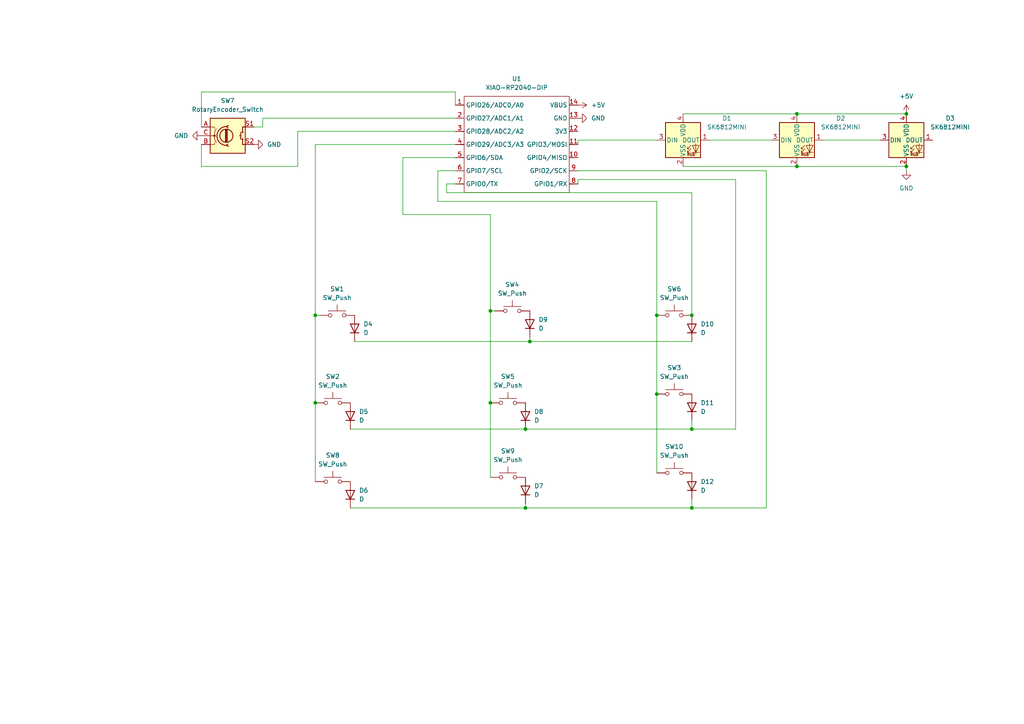
<source format=kicad_sch>
(kicad_sch
	(version 20231120)
	(generator "eeschema")
	(generator_version "8.0")
	(uuid "1f49f4f0-fd74-4234-bf4d-58f3ef09137c")
	(paper "A4")
	(lib_symbols
		(symbol "Device:D"
			(pin_numbers hide)
			(pin_names
				(offset 1.016) hide)
			(exclude_from_sim no)
			(in_bom yes)
			(on_board yes)
			(property "Reference" "D"
				(at 0 2.54 0)
				(effects
					(font
						(size 1.27 1.27)
					)
				)
			)
			(property "Value" "D"
				(at 0 -2.54 0)
				(effects
					(font
						(size 1.27 1.27)
					)
				)
			)
			(property "Footprint" ""
				(at 0 0 0)
				(effects
					(font
						(size 1.27 1.27)
					)
					(hide yes)
				)
			)
			(property "Datasheet" "~"
				(at 0 0 0)
				(effects
					(font
						(size 1.27 1.27)
					)
					(hide yes)
				)
			)
			(property "Description" "Diode"
				(at 0 0 0)
				(effects
					(font
						(size 1.27 1.27)
					)
					(hide yes)
				)
			)
			(property "Sim.Device" "D"
				(at 0 0 0)
				(effects
					(font
						(size 1.27 1.27)
					)
					(hide yes)
				)
			)
			(property "Sim.Pins" "1=K 2=A"
				(at 0 0 0)
				(effects
					(font
						(size 1.27 1.27)
					)
					(hide yes)
				)
			)
			(property "ki_keywords" "diode"
				(at 0 0 0)
				(effects
					(font
						(size 1.27 1.27)
					)
					(hide yes)
				)
			)
			(property "ki_fp_filters" "TO-???* *_Diode_* *SingleDiode* D_*"
				(at 0 0 0)
				(effects
					(font
						(size 1.27 1.27)
					)
					(hide yes)
				)
			)
			(symbol "D_0_1"
				(polyline
					(pts
						(xy -1.27 1.27) (xy -1.27 -1.27)
					)
					(stroke
						(width 0.254)
						(type default)
					)
					(fill
						(type none)
					)
				)
				(polyline
					(pts
						(xy 1.27 0) (xy -1.27 0)
					)
					(stroke
						(width 0)
						(type default)
					)
					(fill
						(type none)
					)
				)
				(polyline
					(pts
						(xy 1.27 1.27) (xy 1.27 -1.27) (xy -1.27 0) (xy 1.27 1.27)
					)
					(stroke
						(width 0.254)
						(type default)
					)
					(fill
						(type none)
					)
				)
			)
			(symbol "D_1_1"
				(pin passive line
					(at -3.81 0 0)
					(length 2.54)
					(name "K"
						(effects
							(font
								(size 1.27 1.27)
							)
						)
					)
					(number "1"
						(effects
							(font
								(size 1.27 1.27)
							)
						)
					)
				)
				(pin passive line
					(at 3.81 0 180)
					(length 2.54)
					(name "A"
						(effects
							(font
								(size 1.27 1.27)
							)
						)
					)
					(number "2"
						(effects
							(font
								(size 1.27 1.27)
							)
						)
					)
				)
			)
		)
		(symbol "Device:RotaryEncoder_Switch"
			(pin_names
				(offset 0.254) hide)
			(exclude_from_sim no)
			(in_bom yes)
			(on_board yes)
			(property "Reference" "SW"
				(at 0 6.604 0)
				(effects
					(font
						(size 1.27 1.27)
					)
				)
			)
			(property "Value" "RotaryEncoder_Switch"
				(at 0 -6.604 0)
				(effects
					(font
						(size 1.27 1.27)
					)
				)
			)
			(property "Footprint" ""
				(at -3.81 4.064 0)
				(effects
					(font
						(size 1.27 1.27)
					)
					(hide yes)
				)
			)
			(property "Datasheet" "~"
				(at 0 6.604 0)
				(effects
					(font
						(size 1.27 1.27)
					)
					(hide yes)
				)
			)
			(property "Description" "Rotary encoder, dual channel, incremental quadrate outputs, with switch"
				(at 0 0 0)
				(effects
					(font
						(size 1.27 1.27)
					)
					(hide yes)
				)
			)
			(property "ki_keywords" "rotary switch encoder switch push button"
				(at 0 0 0)
				(effects
					(font
						(size 1.27 1.27)
					)
					(hide yes)
				)
			)
			(property "ki_fp_filters" "RotaryEncoder*Switch*"
				(at 0 0 0)
				(effects
					(font
						(size 1.27 1.27)
					)
					(hide yes)
				)
			)
			(symbol "RotaryEncoder_Switch_0_1"
				(rectangle
					(start -5.08 5.08)
					(end 5.08 -5.08)
					(stroke
						(width 0.254)
						(type default)
					)
					(fill
						(type background)
					)
				)
				(circle
					(center -3.81 0)
					(radius 0.254)
					(stroke
						(width 0)
						(type default)
					)
					(fill
						(type outline)
					)
				)
				(circle
					(center -0.381 0)
					(radius 1.905)
					(stroke
						(width 0.254)
						(type default)
					)
					(fill
						(type none)
					)
				)
				(arc
					(start -0.381 2.667)
					(mid -3.0988 -0.0635)
					(end -0.381 -2.794)
					(stroke
						(width 0.254)
						(type default)
					)
					(fill
						(type none)
					)
				)
				(polyline
					(pts
						(xy -0.635 -1.778) (xy -0.635 1.778)
					)
					(stroke
						(width 0.254)
						(type default)
					)
					(fill
						(type none)
					)
				)
				(polyline
					(pts
						(xy -0.381 -1.778) (xy -0.381 1.778)
					)
					(stroke
						(width 0.254)
						(type default)
					)
					(fill
						(type none)
					)
				)
				(polyline
					(pts
						(xy -0.127 1.778) (xy -0.127 -1.778)
					)
					(stroke
						(width 0.254)
						(type default)
					)
					(fill
						(type none)
					)
				)
				(polyline
					(pts
						(xy 3.81 0) (xy 3.429 0)
					)
					(stroke
						(width 0.254)
						(type default)
					)
					(fill
						(type none)
					)
				)
				(polyline
					(pts
						(xy 3.81 1.016) (xy 3.81 -1.016)
					)
					(stroke
						(width 0.254)
						(type default)
					)
					(fill
						(type none)
					)
				)
				(polyline
					(pts
						(xy -5.08 -2.54) (xy -3.81 -2.54) (xy -3.81 -2.032)
					)
					(stroke
						(width 0)
						(type default)
					)
					(fill
						(type none)
					)
				)
				(polyline
					(pts
						(xy -5.08 2.54) (xy -3.81 2.54) (xy -3.81 2.032)
					)
					(stroke
						(width 0)
						(type default)
					)
					(fill
						(type none)
					)
				)
				(polyline
					(pts
						(xy 0.254 -3.048) (xy -0.508 -2.794) (xy 0.127 -2.413)
					)
					(stroke
						(width 0.254)
						(type default)
					)
					(fill
						(type none)
					)
				)
				(polyline
					(pts
						(xy 0.254 2.921) (xy -0.508 2.667) (xy 0.127 2.286)
					)
					(stroke
						(width 0.254)
						(type default)
					)
					(fill
						(type none)
					)
				)
				(polyline
					(pts
						(xy 5.08 -2.54) (xy 4.318 -2.54) (xy 4.318 -1.016)
					)
					(stroke
						(width 0.254)
						(type default)
					)
					(fill
						(type none)
					)
				)
				(polyline
					(pts
						(xy 5.08 2.54) (xy 4.318 2.54) (xy 4.318 1.016)
					)
					(stroke
						(width 0.254)
						(type default)
					)
					(fill
						(type none)
					)
				)
				(polyline
					(pts
						(xy -5.08 0) (xy -3.81 0) (xy -3.81 -1.016) (xy -3.302 -2.032)
					)
					(stroke
						(width 0)
						(type default)
					)
					(fill
						(type none)
					)
				)
				(polyline
					(pts
						(xy -4.318 0) (xy -3.81 0) (xy -3.81 1.016) (xy -3.302 2.032)
					)
					(stroke
						(width 0)
						(type default)
					)
					(fill
						(type none)
					)
				)
				(circle
					(center 4.318 -1.016)
					(radius 0.127)
					(stroke
						(width 0.254)
						(type default)
					)
					(fill
						(type none)
					)
				)
				(circle
					(center 4.318 1.016)
					(radius 0.127)
					(stroke
						(width 0.254)
						(type default)
					)
					(fill
						(type none)
					)
				)
			)
			(symbol "RotaryEncoder_Switch_1_1"
				(pin passive line
					(at -7.62 2.54 0)
					(length 2.54)
					(name "A"
						(effects
							(font
								(size 1.27 1.27)
							)
						)
					)
					(number "A"
						(effects
							(font
								(size 1.27 1.27)
							)
						)
					)
				)
				(pin passive line
					(at -7.62 -2.54 0)
					(length 2.54)
					(name "B"
						(effects
							(font
								(size 1.27 1.27)
							)
						)
					)
					(number "B"
						(effects
							(font
								(size 1.27 1.27)
							)
						)
					)
				)
				(pin passive line
					(at -7.62 0 0)
					(length 2.54)
					(name "C"
						(effects
							(font
								(size 1.27 1.27)
							)
						)
					)
					(number "C"
						(effects
							(font
								(size 1.27 1.27)
							)
						)
					)
				)
				(pin passive line
					(at 7.62 2.54 180)
					(length 2.54)
					(name "S1"
						(effects
							(font
								(size 1.27 1.27)
							)
						)
					)
					(number "S1"
						(effects
							(font
								(size 1.27 1.27)
							)
						)
					)
				)
				(pin passive line
					(at 7.62 -2.54 180)
					(length 2.54)
					(name "S2"
						(effects
							(font
								(size 1.27 1.27)
							)
						)
					)
					(number "S2"
						(effects
							(font
								(size 1.27 1.27)
							)
						)
					)
				)
			)
		)
		(symbol "LED:SK6812MINI"
			(pin_names
				(offset 0.254)
			)
			(exclude_from_sim no)
			(in_bom yes)
			(on_board yes)
			(property "Reference" "D"
				(at 5.08 5.715 0)
				(effects
					(font
						(size 1.27 1.27)
					)
					(justify right bottom)
				)
			)
			(property "Value" "SK6812MINI"
				(at 1.27 -5.715 0)
				(effects
					(font
						(size 1.27 1.27)
					)
					(justify left top)
				)
			)
			(property "Footprint" "LED_SMD:LED_SK6812MINI_PLCC4_3.5x3.5mm_P1.75mm"
				(at 1.27 -7.62 0)
				(effects
					(font
						(size 1.27 1.27)
					)
					(justify left top)
					(hide yes)
				)
			)
			(property "Datasheet" "https://cdn-shop.adafruit.com/product-files/2686/SK6812MINI_REV.01-1-2.pdf"
				(at 2.54 -9.525 0)
				(effects
					(font
						(size 1.27 1.27)
					)
					(justify left top)
					(hide yes)
				)
			)
			(property "Description" "RGB LED with integrated controller"
				(at 0 0 0)
				(effects
					(font
						(size 1.27 1.27)
					)
					(hide yes)
				)
			)
			(property "ki_keywords" "RGB LED NeoPixel Mini addressable"
				(at 0 0 0)
				(effects
					(font
						(size 1.27 1.27)
					)
					(hide yes)
				)
			)
			(property "ki_fp_filters" "LED*SK6812MINI*PLCC*3.5x3.5mm*P1.75mm*"
				(at 0 0 0)
				(effects
					(font
						(size 1.27 1.27)
					)
					(hide yes)
				)
			)
			(symbol "SK6812MINI_0_0"
				(text "RGB"
					(at 2.286 -4.191 0)
					(effects
						(font
							(size 0.762 0.762)
						)
					)
				)
			)
			(symbol "SK6812MINI_0_1"
				(polyline
					(pts
						(xy 1.27 -3.556) (xy 1.778 -3.556)
					)
					(stroke
						(width 0)
						(type default)
					)
					(fill
						(type none)
					)
				)
				(polyline
					(pts
						(xy 1.27 -2.54) (xy 1.778 -2.54)
					)
					(stroke
						(width 0)
						(type default)
					)
					(fill
						(type none)
					)
				)
				(polyline
					(pts
						(xy 4.699 -3.556) (xy 2.667 -3.556)
					)
					(stroke
						(width 0)
						(type default)
					)
					(fill
						(type none)
					)
				)
				(polyline
					(pts
						(xy 2.286 -2.54) (xy 1.27 -3.556) (xy 1.27 -3.048)
					)
					(stroke
						(width 0)
						(type default)
					)
					(fill
						(type none)
					)
				)
				(polyline
					(pts
						(xy 2.286 -1.524) (xy 1.27 -2.54) (xy 1.27 -2.032)
					)
					(stroke
						(width 0)
						(type default)
					)
					(fill
						(type none)
					)
				)
				(polyline
					(pts
						(xy 3.683 -1.016) (xy 3.683 -3.556) (xy 3.683 -4.064)
					)
					(stroke
						(width 0)
						(type default)
					)
					(fill
						(type none)
					)
				)
				(polyline
					(pts
						(xy 4.699 -1.524) (xy 2.667 -1.524) (xy 3.683 -3.556) (xy 4.699 -1.524)
					)
					(stroke
						(width 0)
						(type default)
					)
					(fill
						(type none)
					)
				)
				(rectangle
					(start 5.08 5.08)
					(end -5.08 -5.08)
					(stroke
						(width 0.254)
						(type default)
					)
					(fill
						(type background)
					)
				)
			)
			(symbol "SK6812MINI_1_1"
				(pin output line
					(at 7.62 0 180)
					(length 2.54)
					(name "DOUT"
						(effects
							(font
								(size 1.27 1.27)
							)
						)
					)
					(number "1"
						(effects
							(font
								(size 1.27 1.27)
							)
						)
					)
				)
				(pin power_in line
					(at 0 -7.62 90)
					(length 2.54)
					(name "VSS"
						(effects
							(font
								(size 1.27 1.27)
							)
						)
					)
					(number "2"
						(effects
							(font
								(size 1.27 1.27)
							)
						)
					)
				)
				(pin input line
					(at -7.62 0 0)
					(length 2.54)
					(name "DIN"
						(effects
							(font
								(size 1.27 1.27)
							)
						)
					)
					(number "3"
						(effects
							(font
								(size 1.27 1.27)
							)
						)
					)
				)
				(pin power_in line
					(at 0 7.62 270)
					(length 2.54)
					(name "VDD"
						(effects
							(font
								(size 1.27 1.27)
							)
						)
					)
					(number "4"
						(effects
							(font
								(size 1.27 1.27)
							)
						)
					)
				)
			)
		)
		(symbol "OPL:XIAO-RP2040-DIP"
			(exclude_from_sim no)
			(in_bom yes)
			(on_board yes)
			(property "Reference" "U"
				(at 0 0 0)
				(effects
					(font
						(size 1.27 1.27)
					)
				)
			)
			(property "Value" "XIAO-RP2040-DIP"
				(at 5.334 -1.778 0)
				(effects
					(font
						(size 1.27 1.27)
					)
				)
			)
			(property "Footprint" "Module:MOUDLE14P-XIAO-DIP-SMD"
				(at 14.478 -32.258 0)
				(effects
					(font
						(size 1.27 1.27)
					)
					(hide yes)
				)
			)
			(property "Datasheet" ""
				(at 0 0 0)
				(effects
					(font
						(size 1.27 1.27)
					)
					(hide yes)
				)
			)
			(property "Description" ""
				(at 0 0 0)
				(effects
					(font
						(size 1.27 1.27)
					)
					(hide yes)
				)
			)
			(symbol "XIAO-RP2040-DIP_1_0"
				(polyline
					(pts
						(xy -1.27 -30.48) (xy -1.27 -16.51)
					)
					(stroke
						(width 0.1524)
						(type solid)
					)
					(fill
						(type none)
					)
				)
				(polyline
					(pts
						(xy -1.27 -27.94) (xy -2.54 -27.94)
					)
					(stroke
						(width 0.1524)
						(type solid)
					)
					(fill
						(type none)
					)
				)
				(polyline
					(pts
						(xy -1.27 -24.13) (xy -2.54 -24.13)
					)
					(stroke
						(width 0.1524)
						(type solid)
					)
					(fill
						(type none)
					)
				)
				(polyline
					(pts
						(xy -1.27 -20.32) (xy -2.54 -20.32)
					)
					(stroke
						(width 0.1524)
						(type solid)
					)
					(fill
						(type none)
					)
				)
				(polyline
					(pts
						(xy -1.27 -16.51) (xy -2.54 -16.51)
					)
					(stroke
						(width 0.1524)
						(type solid)
					)
					(fill
						(type none)
					)
				)
				(polyline
					(pts
						(xy -1.27 -16.51) (xy -1.27 -12.7)
					)
					(stroke
						(width 0.1524)
						(type solid)
					)
					(fill
						(type none)
					)
				)
				(polyline
					(pts
						(xy -1.27 -12.7) (xy -2.54 -12.7)
					)
					(stroke
						(width 0.1524)
						(type solid)
					)
					(fill
						(type none)
					)
				)
				(polyline
					(pts
						(xy -1.27 -12.7) (xy -1.27 -8.89)
					)
					(stroke
						(width 0.1524)
						(type solid)
					)
					(fill
						(type none)
					)
				)
				(polyline
					(pts
						(xy -1.27 -8.89) (xy -2.54 -8.89)
					)
					(stroke
						(width 0.1524)
						(type solid)
					)
					(fill
						(type none)
					)
				)
				(polyline
					(pts
						(xy -1.27 -8.89) (xy -1.27 -5.08)
					)
					(stroke
						(width 0.1524)
						(type solid)
					)
					(fill
						(type none)
					)
				)
				(polyline
					(pts
						(xy -1.27 -5.08) (xy -2.54 -5.08)
					)
					(stroke
						(width 0.1524)
						(type solid)
					)
					(fill
						(type none)
					)
				)
				(polyline
					(pts
						(xy -1.27 -5.08) (xy -1.27 -2.54)
					)
					(stroke
						(width 0.1524)
						(type solid)
					)
					(fill
						(type none)
					)
				)
				(polyline
					(pts
						(xy -1.27 -2.54) (xy 29.21 -2.54)
					)
					(stroke
						(width 0.1524)
						(type solid)
					)
					(fill
						(type none)
					)
				)
				(polyline
					(pts
						(xy 29.21 -30.48) (xy -1.27 -30.48)
					)
					(stroke
						(width 0.1524)
						(type solid)
					)
					(fill
						(type none)
					)
				)
				(polyline
					(pts
						(xy 29.21 -12.7) (xy 29.21 -30.48)
					)
					(stroke
						(width 0.1524)
						(type solid)
					)
					(fill
						(type none)
					)
				)
				(polyline
					(pts
						(xy 29.21 -8.89) (xy 29.21 -12.7)
					)
					(stroke
						(width 0.1524)
						(type solid)
					)
					(fill
						(type none)
					)
				)
				(polyline
					(pts
						(xy 29.21 -5.08) (xy 29.21 -8.89)
					)
					(stroke
						(width 0.1524)
						(type solid)
					)
					(fill
						(type none)
					)
				)
				(polyline
					(pts
						(xy 29.21 -2.54) (xy 29.21 -5.08)
					)
					(stroke
						(width 0.1524)
						(type solid)
					)
					(fill
						(type none)
					)
				)
				(polyline
					(pts
						(xy 30.48 -27.94) (xy 29.21 -27.94)
					)
					(stroke
						(width 0.1524)
						(type solid)
					)
					(fill
						(type none)
					)
				)
				(polyline
					(pts
						(xy 30.48 -24.13) (xy 29.21 -24.13)
					)
					(stroke
						(width 0.1524)
						(type solid)
					)
					(fill
						(type none)
					)
				)
				(polyline
					(pts
						(xy 30.48 -20.32) (xy 29.21 -20.32)
					)
					(stroke
						(width 0.1524)
						(type solid)
					)
					(fill
						(type none)
					)
				)
				(polyline
					(pts
						(xy 30.48 -16.51) (xy 29.21 -16.51)
					)
					(stroke
						(width 0.1524)
						(type solid)
					)
					(fill
						(type none)
					)
				)
				(polyline
					(pts
						(xy 30.48 -12.7) (xy 29.21 -12.7)
					)
					(stroke
						(width 0.1524)
						(type solid)
					)
					(fill
						(type none)
					)
				)
				(polyline
					(pts
						(xy 30.48 -8.89) (xy 29.21 -8.89)
					)
					(stroke
						(width 0.1524)
						(type solid)
					)
					(fill
						(type none)
					)
				)
				(polyline
					(pts
						(xy 30.48 -5.08) (xy 29.21 -5.08)
					)
					(stroke
						(width 0.1524)
						(type solid)
					)
					(fill
						(type none)
					)
				)
				(pin passive line
					(at -3.81 -5.08 0)
					(length 2.54)
					(name "GPIO26/ADC0/A0"
						(effects
							(font
								(size 1.27 1.27)
							)
						)
					)
					(number "1"
						(effects
							(font
								(size 1.27 1.27)
							)
						)
					)
				)
				(pin passive line
					(at 31.75 -20.32 180)
					(length 2.54)
					(name "GPIO4/MISO"
						(effects
							(font
								(size 1.27 1.27)
							)
						)
					)
					(number "10"
						(effects
							(font
								(size 1.27 1.27)
							)
						)
					)
				)
				(pin passive line
					(at 31.75 -16.51 180)
					(length 2.54)
					(name "GPIO3/MOSI"
						(effects
							(font
								(size 1.27 1.27)
							)
						)
					)
					(number "11"
						(effects
							(font
								(size 1.27 1.27)
							)
						)
					)
				)
				(pin passive line
					(at 31.75 -12.7 180)
					(length 2.54)
					(name "3V3"
						(effects
							(font
								(size 1.27 1.27)
							)
						)
					)
					(number "12"
						(effects
							(font
								(size 1.27 1.27)
							)
						)
					)
				)
				(pin passive line
					(at 31.75 -8.89 180)
					(length 2.54)
					(name "GND"
						(effects
							(font
								(size 1.27 1.27)
							)
						)
					)
					(number "13"
						(effects
							(font
								(size 1.27 1.27)
							)
						)
					)
				)
				(pin passive line
					(at 31.75 -5.08 180)
					(length 2.54)
					(name "VBUS"
						(effects
							(font
								(size 1.27 1.27)
							)
						)
					)
					(number "14"
						(effects
							(font
								(size 1.27 1.27)
							)
						)
					)
				)
				(pin passive line
					(at -3.81 -8.89 0)
					(length 2.54)
					(name "GPIO27/ADC1/A1"
						(effects
							(font
								(size 1.27 1.27)
							)
						)
					)
					(number "2"
						(effects
							(font
								(size 1.27 1.27)
							)
						)
					)
				)
				(pin passive line
					(at -3.81 -12.7 0)
					(length 2.54)
					(name "GPIO28/ADC2/A2"
						(effects
							(font
								(size 1.27 1.27)
							)
						)
					)
					(number "3"
						(effects
							(font
								(size 1.27 1.27)
							)
						)
					)
				)
				(pin passive line
					(at -3.81 -16.51 0)
					(length 2.54)
					(name "GPIO29/ADC3/A3"
						(effects
							(font
								(size 1.27 1.27)
							)
						)
					)
					(number "4"
						(effects
							(font
								(size 1.27 1.27)
							)
						)
					)
				)
				(pin passive line
					(at -3.81 -20.32 0)
					(length 2.54)
					(name "GPIO6/SDA"
						(effects
							(font
								(size 1.27 1.27)
							)
						)
					)
					(number "5"
						(effects
							(font
								(size 1.27 1.27)
							)
						)
					)
				)
				(pin passive line
					(at -3.81 -24.13 0)
					(length 2.54)
					(name "GPIO7/SCL"
						(effects
							(font
								(size 1.27 1.27)
							)
						)
					)
					(number "6"
						(effects
							(font
								(size 1.27 1.27)
							)
						)
					)
				)
				(pin passive line
					(at -3.81 -27.94 0)
					(length 2.54)
					(name "GPIO0/TX"
						(effects
							(font
								(size 1.27 1.27)
							)
						)
					)
					(number "7"
						(effects
							(font
								(size 1.27 1.27)
							)
						)
					)
				)
				(pin passive line
					(at 31.75 -27.94 180)
					(length 2.54)
					(name "GPIO1/RX"
						(effects
							(font
								(size 1.27 1.27)
							)
						)
					)
					(number "8"
						(effects
							(font
								(size 1.27 1.27)
							)
						)
					)
				)
				(pin passive line
					(at 31.75 -24.13 180)
					(length 2.54)
					(name "GPIO2/SCK"
						(effects
							(font
								(size 1.27 1.27)
							)
						)
					)
					(number "9"
						(effects
							(font
								(size 1.27 1.27)
							)
						)
					)
				)
			)
		)
		(symbol "Switch:SW_Push"
			(pin_numbers hide)
			(pin_names
				(offset 1.016) hide)
			(exclude_from_sim no)
			(in_bom yes)
			(on_board yes)
			(property "Reference" "SW"
				(at 1.27 2.54 0)
				(effects
					(font
						(size 1.27 1.27)
					)
					(justify left)
				)
			)
			(property "Value" "SW_Push"
				(at 0 -1.524 0)
				(effects
					(font
						(size 1.27 1.27)
					)
				)
			)
			(property "Footprint" ""
				(at 0 5.08 0)
				(effects
					(font
						(size 1.27 1.27)
					)
					(hide yes)
				)
			)
			(property "Datasheet" "~"
				(at 0 5.08 0)
				(effects
					(font
						(size 1.27 1.27)
					)
					(hide yes)
				)
			)
			(property "Description" "Push button switch, generic, two pins"
				(at 0 0 0)
				(effects
					(font
						(size 1.27 1.27)
					)
					(hide yes)
				)
			)
			(property "ki_keywords" "switch normally-open pushbutton push-button"
				(at 0 0 0)
				(effects
					(font
						(size 1.27 1.27)
					)
					(hide yes)
				)
			)
			(symbol "SW_Push_0_1"
				(circle
					(center -2.032 0)
					(radius 0.508)
					(stroke
						(width 0)
						(type default)
					)
					(fill
						(type none)
					)
				)
				(polyline
					(pts
						(xy 0 1.27) (xy 0 3.048)
					)
					(stroke
						(width 0)
						(type default)
					)
					(fill
						(type none)
					)
				)
				(polyline
					(pts
						(xy 2.54 1.27) (xy -2.54 1.27)
					)
					(stroke
						(width 0)
						(type default)
					)
					(fill
						(type none)
					)
				)
				(circle
					(center 2.032 0)
					(radius 0.508)
					(stroke
						(width 0)
						(type default)
					)
					(fill
						(type none)
					)
				)
				(pin passive line
					(at -5.08 0 0)
					(length 2.54)
					(name "1"
						(effects
							(font
								(size 1.27 1.27)
							)
						)
					)
					(number "1"
						(effects
							(font
								(size 1.27 1.27)
							)
						)
					)
				)
				(pin passive line
					(at 5.08 0 180)
					(length 2.54)
					(name "2"
						(effects
							(font
								(size 1.27 1.27)
							)
						)
					)
					(number "2"
						(effects
							(font
								(size 1.27 1.27)
							)
						)
					)
				)
			)
		)
		(symbol "power:+5V"
			(power)
			(pin_numbers hide)
			(pin_names
				(offset 0) hide)
			(exclude_from_sim no)
			(in_bom yes)
			(on_board yes)
			(property "Reference" "#PWR"
				(at 0 -3.81 0)
				(effects
					(font
						(size 1.27 1.27)
					)
					(hide yes)
				)
			)
			(property "Value" "+5V"
				(at 0 3.556 0)
				(effects
					(font
						(size 1.27 1.27)
					)
				)
			)
			(property "Footprint" ""
				(at 0 0 0)
				(effects
					(font
						(size 1.27 1.27)
					)
					(hide yes)
				)
			)
			(property "Datasheet" ""
				(at 0 0 0)
				(effects
					(font
						(size 1.27 1.27)
					)
					(hide yes)
				)
			)
			(property "Description" "Power symbol creates a global label with name \"+5V\""
				(at 0 0 0)
				(effects
					(font
						(size 1.27 1.27)
					)
					(hide yes)
				)
			)
			(property "ki_keywords" "global power"
				(at 0 0 0)
				(effects
					(font
						(size 1.27 1.27)
					)
					(hide yes)
				)
			)
			(symbol "+5V_0_1"
				(polyline
					(pts
						(xy -0.762 1.27) (xy 0 2.54)
					)
					(stroke
						(width 0)
						(type default)
					)
					(fill
						(type none)
					)
				)
				(polyline
					(pts
						(xy 0 0) (xy 0 2.54)
					)
					(stroke
						(width 0)
						(type default)
					)
					(fill
						(type none)
					)
				)
				(polyline
					(pts
						(xy 0 2.54) (xy 0.762 1.27)
					)
					(stroke
						(width 0)
						(type default)
					)
					(fill
						(type none)
					)
				)
			)
			(symbol "+5V_1_1"
				(pin power_in line
					(at 0 0 90)
					(length 0)
					(name "~"
						(effects
							(font
								(size 1.27 1.27)
							)
						)
					)
					(number "1"
						(effects
							(font
								(size 1.27 1.27)
							)
						)
					)
				)
			)
		)
		(symbol "power:GND"
			(power)
			(pin_numbers hide)
			(pin_names
				(offset 0) hide)
			(exclude_from_sim no)
			(in_bom yes)
			(on_board yes)
			(property "Reference" "#PWR"
				(at 0 -6.35 0)
				(effects
					(font
						(size 1.27 1.27)
					)
					(hide yes)
				)
			)
			(property "Value" "GND"
				(at 0 -3.81 0)
				(effects
					(font
						(size 1.27 1.27)
					)
				)
			)
			(property "Footprint" ""
				(at 0 0 0)
				(effects
					(font
						(size 1.27 1.27)
					)
					(hide yes)
				)
			)
			(property "Datasheet" ""
				(at 0 0 0)
				(effects
					(font
						(size 1.27 1.27)
					)
					(hide yes)
				)
			)
			(property "Description" "Power symbol creates a global label with name \"GND\" , ground"
				(at 0 0 0)
				(effects
					(font
						(size 1.27 1.27)
					)
					(hide yes)
				)
			)
			(property "ki_keywords" "global power"
				(at 0 0 0)
				(effects
					(font
						(size 1.27 1.27)
					)
					(hide yes)
				)
			)
			(symbol "GND_0_1"
				(polyline
					(pts
						(xy 0 0) (xy 0 -1.27) (xy 1.27 -1.27) (xy 0 -2.54) (xy -1.27 -1.27) (xy 0 -1.27)
					)
					(stroke
						(width 0)
						(type default)
					)
					(fill
						(type none)
					)
				)
			)
			(symbol "GND_1_1"
				(pin power_in line
					(at 0 0 270)
					(length 0)
					(name "~"
						(effects
							(font
								(size 1.27 1.27)
							)
						)
					)
					(number "1"
						(effects
							(font
								(size 1.27 1.27)
							)
						)
					)
				)
			)
		)
	)
	(junction
		(at 200.66 124.46)
		(diameter 0)
		(color 0 0 0 0)
		(uuid "1421cc5e-8b5e-4311-b897-6f56164eb879")
	)
	(junction
		(at 190.5 114.3)
		(diameter 0)
		(color 0 0 0 0)
		(uuid "2604ef90-00a6-4a74-82b3-ae723b1a6766")
	)
	(junction
		(at 91.44 116.84)
		(diameter 0)
		(color 0 0 0 0)
		(uuid "2a114627-790d-4fef-8416-b166fb00f382")
	)
	(junction
		(at 152.4 147.32)
		(diameter 0)
		(color 0 0 0 0)
		(uuid "2a37d048-392a-44de-827b-c834ce302aee")
	)
	(junction
		(at 262.89 48.26)
		(diameter 0)
		(color 0 0 0 0)
		(uuid "2c519bd2-4ffb-4db6-9dae-089d8739453a")
	)
	(junction
		(at 200.66 91.44)
		(diameter 0)
		(color 0 0 0 0)
		(uuid "4269e772-8cea-425a-a84e-f374e6bb233d")
	)
	(junction
		(at 200.66 147.32)
		(diameter 0)
		(color 0 0 0 0)
		(uuid "51532a56-cf73-427b-a868-433581883d14")
	)
	(junction
		(at 142.24 90.17)
		(diameter 0)
		(color 0 0 0 0)
		(uuid "5320e83e-2e92-4aa8-9a2b-d9cd1d609257")
	)
	(junction
		(at 91.44 91.44)
		(diameter 0)
		(color 0 0 0 0)
		(uuid "56aa1bdb-a62c-45d7-81ef-b79f2ce5bc90")
	)
	(junction
		(at 231.14 48.26)
		(diameter 0)
		(color 0 0 0 0)
		(uuid "77693b8d-6d53-4a70-8b9c-5093159ad405")
	)
	(junction
		(at 152.4 124.46)
		(diameter 0)
		(color 0 0 0 0)
		(uuid "7f9166d8-524b-417d-8906-3812aa824ce6")
	)
	(junction
		(at 231.14 33.02)
		(diameter 0)
		(color 0 0 0 0)
		(uuid "b94e777a-7b26-4964-91d3-878980ba7768")
	)
	(junction
		(at 190.5 91.44)
		(diameter 0)
		(color 0 0 0 0)
		(uuid "c4ed2b67-8044-4dd9-92d2-6ac3a04d688a")
	)
	(junction
		(at 142.24 116.84)
		(diameter 0)
		(color 0 0 0 0)
		(uuid "c56da622-1031-4d29-9610-46b570552466")
	)
	(junction
		(at 153.67 99.06)
		(diameter 0)
		(color 0 0 0 0)
		(uuid "e6aed94d-a87f-4203-bd6a-e484ad5965eb")
	)
	(junction
		(at 262.89 33.02)
		(diameter 0)
		(color 0 0 0 0)
		(uuid "ffddd337-262f-4ba2-ad96-9176b9dc3f7c")
	)
	(wire
		(pts
			(xy 200.66 147.32) (xy 222.25 147.32)
		)
		(stroke
			(width 0)
			(type default)
		)
		(uuid "002a6998-75f0-4b50-ae13-7c9e6520eb76")
	)
	(wire
		(pts
			(xy 152.4 147.32) (xy 152.4 146.05)
		)
		(stroke
			(width 0)
			(type default)
		)
		(uuid "0d4abb1e-b400-4911-a85d-d58ae777a10a")
	)
	(wire
		(pts
			(xy 231.14 33.02) (xy 262.89 33.02)
		)
		(stroke
			(width 0)
			(type default)
		)
		(uuid "0ec369b0-888f-484b-b457-4cddc489a2de")
	)
	(wire
		(pts
			(xy 102.87 99.06) (xy 153.67 99.06)
		)
		(stroke
			(width 0)
			(type default)
		)
		(uuid "12212217-dfac-43f5-8f48-628800af265d")
	)
	(wire
		(pts
			(xy 213.36 124.46) (xy 213.36 52.07)
		)
		(stroke
			(width 0)
			(type default)
		)
		(uuid "158834b5-add0-46e1-ad38-d22632b5d68a")
	)
	(wire
		(pts
			(xy 200.66 147.32) (xy 200.66 144.78)
		)
		(stroke
			(width 0)
			(type default)
		)
		(uuid "16eb7beb-fa7c-4ee4-9d04-7e1098d1a079")
	)
	(wire
		(pts
			(xy 142.24 62.23) (xy 116.84 62.23)
		)
		(stroke
			(width 0)
			(type default)
		)
		(uuid "1a98bec3-3e09-4427-bed7-54afa0391002")
	)
	(wire
		(pts
			(xy 127 49.53) (xy 132.08 49.53)
		)
		(stroke
			(width 0)
			(type default)
		)
		(uuid "2031ad38-a99c-414d-916b-02bbca7c5de5")
	)
	(wire
		(pts
			(xy 58.42 26.67) (xy 132.08 26.67)
		)
		(stroke
			(width 0)
			(type default)
		)
		(uuid "2aafa117-62bc-4937-b817-a7af6da3163d")
	)
	(wire
		(pts
			(xy 190.5 91.44) (xy 190.5 58.42)
		)
		(stroke
			(width 0)
			(type default)
		)
		(uuid "2ce373aa-a600-444c-b5c2-0367bdb2ccbd")
	)
	(wire
		(pts
			(xy 262.89 49.53) (xy 262.89 48.26)
		)
		(stroke
			(width 0)
			(type default)
		)
		(uuid "2e614396-3579-4dd3-9107-2e5c4590a4e9")
	)
	(wire
		(pts
			(xy 198.12 48.26) (xy 231.14 48.26)
		)
		(stroke
			(width 0)
			(type default)
		)
		(uuid "2ea6d662-1b58-4304-b2cb-1ce49c3975c2")
	)
	(wire
		(pts
			(xy 200.66 124.46) (xy 213.36 124.46)
		)
		(stroke
			(width 0)
			(type default)
		)
		(uuid "33176294-ea0f-4c28-975a-f20f2f65603c")
	)
	(wire
		(pts
			(xy 86.36 38.1) (xy 132.08 38.1)
		)
		(stroke
			(width 0)
			(type default)
		)
		(uuid "34ca0161-d311-4d59-afa4-7bd24a0c8dd7")
	)
	(wire
		(pts
			(xy 231.14 48.26) (xy 262.89 48.26)
		)
		(stroke
			(width 0)
			(type default)
		)
		(uuid "3d33472d-e406-4349-8a72-883d2c569778")
	)
	(wire
		(pts
			(xy 76.2 34.29) (xy 132.08 34.29)
		)
		(stroke
			(width 0)
			(type default)
		)
		(uuid "3d454c9e-8012-43ac-ae1f-08e98dd1a551")
	)
	(wire
		(pts
			(xy 76.2 36.83) (xy 76.2 34.29)
		)
		(stroke
			(width 0)
			(type default)
		)
		(uuid "3f992670-69b1-4299-96b3-eceac3300458")
	)
	(wire
		(pts
			(xy 91.44 116.84) (xy 91.44 91.44)
		)
		(stroke
			(width 0)
			(type default)
		)
		(uuid "428bd97c-12df-4cbb-9801-98ccccc900d7")
	)
	(wire
		(pts
			(xy 167.64 40.64) (xy 167.64 41.91)
		)
		(stroke
			(width 0)
			(type default)
		)
		(uuid "4aff7712-185a-4973-8770-539182daabc1")
	)
	(wire
		(pts
			(xy 86.36 48.26) (xy 86.36 38.1)
		)
		(stroke
			(width 0)
			(type default)
		)
		(uuid "4cd3457d-a8bf-4480-963d-828cbaaaa664")
	)
	(wire
		(pts
			(xy 152.4 147.32) (xy 200.66 147.32)
		)
		(stroke
			(width 0)
			(type default)
		)
		(uuid "587bb956-c727-4969-ba72-f099d9cfc48c")
	)
	(wire
		(pts
			(xy 200.66 124.46) (xy 200.66 121.92)
		)
		(stroke
			(width 0)
			(type default)
		)
		(uuid "5aadba57-aa53-4513-b943-2adec0b93e54")
	)
	(wire
		(pts
			(xy 116.84 45.72) (xy 132.08 45.72)
		)
		(stroke
			(width 0)
			(type default)
		)
		(uuid "6017bdcd-9869-48b8-94dd-d01a70a4f08c")
	)
	(wire
		(pts
			(xy 153.67 99.06) (xy 200.66 99.06)
		)
		(stroke
			(width 0)
			(type default)
		)
		(uuid "65fb9776-8ac6-4a3c-8e1c-51119491267f")
	)
	(wire
		(pts
			(xy 142.24 116.84) (xy 142.24 90.17)
		)
		(stroke
			(width 0)
			(type default)
		)
		(uuid "68f1af5b-ff95-4905-877c-005ca85d8ae1")
	)
	(wire
		(pts
			(xy 91.44 41.91) (xy 132.08 41.91)
		)
		(stroke
			(width 0)
			(type default)
		)
		(uuid "6af8fc46-2184-4716-8a88-11071e403085")
	)
	(wire
		(pts
			(xy 238.76 40.64) (xy 255.27 40.64)
		)
		(stroke
			(width 0)
			(type default)
		)
		(uuid "6c576805-098f-4390-bc8b-c90173eaa7e6")
	)
	(wire
		(pts
			(xy 116.84 62.23) (xy 116.84 45.72)
		)
		(stroke
			(width 0)
			(type default)
		)
		(uuid "70415fb6-47b3-4a45-b401-52f26024255a")
	)
	(wire
		(pts
			(xy 190.5 40.64) (xy 167.64 40.64)
		)
		(stroke
			(width 0)
			(type default)
		)
		(uuid "70dd269d-2eed-49c1-9ce1-a0b52e6faeca")
	)
	(wire
		(pts
			(xy 190.5 58.42) (xy 127 58.42)
		)
		(stroke
			(width 0)
			(type default)
		)
		(uuid "73a61ae1-8a73-4478-a56e-c8e0ae4de39b")
	)
	(wire
		(pts
			(xy 127 58.42) (xy 127 49.53)
		)
		(stroke
			(width 0)
			(type default)
		)
		(uuid "7b756dea-01cf-408b-80e1-538fdda8fb6d")
	)
	(wire
		(pts
			(xy 91.44 91.44) (xy 92.71 91.44)
		)
		(stroke
			(width 0)
			(type default)
		)
		(uuid "8001538e-67c3-4e11-b4f0-b383f2921aa7")
	)
	(wire
		(pts
			(xy 200.66 55.88) (xy 129.54 55.88)
		)
		(stroke
			(width 0)
			(type default)
		)
		(uuid "81c270ff-f12b-40a2-a6a0-6618d197de8e")
	)
	(wire
		(pts
			(xy 167.64 52.07) (xy 167.64 53.34)
		)
		(stroke
			(width 0)
			(type default)
		)
		(uuid "834cc5ec-f9ab-4c8f-b6bd-f8d537409223")
	)
	(wire
		(pts
			(xy 132.08 26.67) (xy 132.08 30.48)
		)
		(stroke
			(width 0)
			(type default)
		)
		(uuid "85270fc3-51b4-47d8-91da-1f10ac0ea77e")
	)
	(wire
		(pts
			(xy 152.4 124.46) (xy 200.66 124.46)
		)
		(stroke
			(width 0)
			(type default)
		)
		(uuid "8d0c5ff3-642b-46f5-b95f-825aa8cb34d9")
	)
	(wire
		(pts
			(xy 58.42 41.91) (xy 58.42 48.26)
		)
		(stroke
			(width 0)
			(type default)
		)
		(uuid "8fb8844e-6b99-4561-b782-32fecc0e7363")
	)
	(wire
		(pts
			(xy 213.36 52.07) (xy 167.64 52.07)
		)
		(stroke
			(width 0)
			(type default)
		)
		(uuid "94cc3440-ab0d-4026-992a-acbcbd3182a4")
	)
	(wire
		(pts
			(xy 101.6 124.46) (xy 152.4 124.46)
		)
		(stroke
			(width 0)
			(type default)
		)
		(uuid "96b6e463-5abc-4522-9046-55130d7cb640")
	)
	(wire
		(pts
			(xy 58.42 48.26) (xy 86.36 48.26)
		)
		(stroke
			(width 0)
			(type default)
		)
		(uuid "9eddd0ea-57b0-4d7d-90ae-7fbef7db70a8")
	)
	(wire
		(pts
			(xy 205.74 40.64) (xy 223.52 40.64)
		)
		(stroke
			(width 0)
			(type default)
		)
		(uuid "a67edb76-f761-4d85-b80c-dbc1698695c0")
	)
	(wire
		(pts
			(xy 200.66 91.44) (xy 200.66 55.88)
		)
		(stroke
			(width 0)
			(type default)
		)
		(uuid "a6b8a069-4bb5-454b-ab0a-b34d4353bedf")
	)
	(wire
		(pts
			(xy 73.66 36.83) (xy 76.2 36.83)
		)
		(stroke
			(width 0)
			(type default)
		)
		(uuid "a7142e47-3ee5-4a47-bcb4-e7d1afe94e41")
	)
	(wire
		(pts
			(xy 142.24 90.17) (xy 142.24 62.23)
		)
		(stroke
			(width 0)
			(type default)
		)
		(uuid "abf9967a-57e0-4bcf-8039-9ed315ed601a")
	)
	(wire
		(pts
			(xy 101.6 147.32) (xy 152.4 147.32)
		)
		(stroke
			(width 0)
			(type default)
		)
		(uuid "ae776ddb-9ebd-46bd-8d12-a2cbb11122c5")
	)
	(wire
		(pts
			(xy 58.42 36.83) (xy 58.42 26.67)
		)
		(stroke
			(width 0)
			(type default)
		)
		(uuid "c1a78d71-4be7-4b9a-b451-2934580e7663")
	)
	(wire
		(pts
			(xy 222.25 49.53) (xy 222.25 147.32)
		)
		(stroke
			(width 0)
			(type default)
		)
		(uuid "c1d8c818-ffd4-4f8c-be9a-f29ec7ea4f38")
	)
	(wire
		(pts
			(xy 129.54 53.34) (xy 132.08 53.34)
		)
		(stroke
			(width 0)
			(type default)
		)
		(uuid "c2f2fe09-c7f2-4c1d-b78c-c18856f8f492")
	)
	(wire
		(pts
			(xy 190.5 114.3) (xy 190.5 137.16)
		)
		(stroke
			(width 0)
			(type default)
		)
		(uuid "c58594fa-5782-4016-9bf1-6442ea2bcf3b")
	)
	(wire
		(pts
			(xy 142.24 90.17) (xy 143.51 90.17)
		)
		(stroke
			(width 0)
			(type default)
		)
		(uuid "c7549d4b-5299-4c3f-b075-4911c196ef3d")
	)
	(wire
		(pts
			(xy 91.44 116.84) (xy 91.44 139.7)
		)
		(stroke
			(width 0)
			(type default)
		)
		(uuid "c945fc3b-4f22-441e-ae4f-abc7ea03e6c4")
	)
	(wire
		(pts
			(xy 198.12 33.02) (xy 231.14 33.02)
		)
		(stroke
			(width 0)
			(type default)
		)
		(uuid "cd7e8733-1099-467c-87aa-8a05bd09d29f")
	)
	(wire
		(pts
			(xy 167.64 49.53) (xy 222.25 49.53)
		)
		(stroke
			(width 0)
			(type default)
		)
		(uuid "d76c7193-e75e-400f-9b43-6bc8c839afa8")
	)
	(wire
		(pts
			(xy 190.5 91.44) (xy 190.5 114.3)
		)
		(stroke
			(width 0)
			(type default)
		)
		(uuid "d9e044ee-e5d0-438b-97cf-39f13f695fc2")
	)
	(wire
		(pts
			(xy 142.24 116.84) (xy 142.24 138.43)
		)
		(stroke
			(width 0)
			(type default)
		)
		(uuid "dc0603ab-666e-418f-a557-4ce991980972")
	)
	(wire
		(pts
			(xy 129.54 55.88) (xy 129.54 53.34)
		)
		(stroke
			(width 0)
			(type default)
		)
		(uuid "e6e7ba05-b55e-467c-94c2-300fe8ca7bb3")
	)
	(wire
		(pts
			(xy 91.44 91.44) (xy 91.44 41.91)
		)
		(stroke
			(width 0)
			(type default)
		)
		(uuid "f0cbf9dd-a629-429d-81f6-70d7404dc919")
	)
	(wire
		(pts
			(xy 153.67 99.06) (xy 153.67 97.79)
		)
		(stroke
			(width 0)
			(type default)
		)
		(uuid "f43fd643-8918-46d7-9418-2d9e949cf75d")
	)
	(symbol
		(lib_id "Device:D")
		(at 102.87 95.25 90)
		(unit 1)
		(exclude_from_sim no)
		(in_bom yes)
		(on_board yes)
		(dnp no)
		(fields_autoplaced yes)
		(uuid "04a8f602-5474-4a89-baf1-38059dded562")
		(property "Reference" "D4"
			(at 105.41 93.9799 90)
			(effects
				(font
					(size 1.27 1.27)
				)
				(justify right)
			)
		)
		(property "Value" "D"
			(at 105.41 96.5199 90)
			(effects
				(font
					(size 1.27 1.27)
				)
				(justify right)
			)
		)
		(property "Footprint" "Diode_THT:D_DO-35_SOD27_P7.62mm_Horizontal"
			(at 102.87 95.25 0)
			(effects
				(font
					(size 1.27 1.27)
				)
				(hide yes)
			)
		)
		(property "Datasheet" "~"
			(at 102.87 95.25 0)
			(effects
				(font
					(size 1.27 1.27)
				)
				(hide yes)
			)
		)
		(property "Description" "Diode"
			(at 102.87 95.25 0)
			(effects
				(font
					(size 1.27 1.27)
				)
				(hide yes)
			)
		)
		(property "Sim.Device" "D"
			(at 102.87 95.25 0)
			(effects
				(font
					(size 1.27 1.27)
				)
				(hide yes)
			)
		)
		(property "Sim.Pins" "1=K 2=A"
			(at 102.87 95.25 0)
			(effects
				(font
					(size 1.27 1.27)
				)
				(hide yes)
			)
		)
		(pin "1"
			(uuid "e478f2fb-116a-4637-8b4b-8e0a2f99a413")
		)
		(pin "2"
			(uuid "f76a8db7-e6ca-4b81-8915-99801b171368")
		)
		(instances
			(project ""
				(path "/1f49f4f0-fd74-4234-bf4d-58f3ef09137c"
					(reference "D4")
					(unit 1)
				)
			)
		)
	)
	(symbol
		(lib_id "Switch:SW_Push")
		(at 147.32 138.43 0)
		(unit 1)
		(exclude_from_sim no)
		(in_bom yes)
		(on_board yes)
		(dnp no)
		(fields_autoplaced yes)
		(uuid "0d18ad3b-996c-4c53-ac72-2d087bfbb0fd")
		(property "Reference" "SW9"
			(at 147.32 130.81 0)
			(effects
				(font
					(size 1.27 1.27)
				)
			)
		)
		(property "Value" "SW_Push"
			(at 147.32 133.35 0)
			(effects
				(font
					(size 1.27 1.27)
				)
			)
		)
		(property "Footprint" "Button_Switch_Keyboard:SW_Cherry_MX_1.00u_PCB"
			(at 147.32 133.35 0)
			(effects
				(font
					(size 1.27 1.27)
				)
				(hide yes)
			)
		)
		(property "Datasheet" "~"
			(at 147.32 133.35 0)
			(effects
				(font
					(size 1.27 1.27)
				)
				(hide yes)
			)
		)
		(property "Description" "Push button switch, generic, two pins"
			(at 147.32 138.43 0)
			(effects
				(font
					(size 1.27 1.27)
				)
				(hide yes)
			)
		)
		(pin "2"
			(uuid "472e6993-240f-4688-8de1-dd3d85228056")
		)
		(pin "1"
			(uuid "82877fdc-ac47-4164-9a40-dbbab2855cd3")
		)
		(instances
			(project ""
				(path "/1f49f4f0-fd74-4234-bf4d-58f3ef09137c"
					(reference "SW9")
					(unit 1)
				)
			)
		)
	)
	(symbol
		(lib_id "Switch:SW_Push")
		(at 97.79 91.44 0)
		(unit 1)
		(exclude_from_sim no)
		(in_bom yes)
		(on_board yes)
		(dnp no)
		(fields_autoplaced yes)
		(uuid "1d5d4c24-a042-4e01-ba13-e7cc869f32d5")
		(property "Reference" "SW1"
			(at 97.79 83.82 0)
			(effects
				(font
					(size 1.27 1.27)
				)
			)
		)
		(property "Value" "SW_Push"
			(at 97.79 86.36 0)
			(effects
				(font
					(size 1.27 1.27)
				)
			)
		)
		(property "Footprint" "Button_Switch_Keyboard:SW_Cherry_MX_1.00u_PCB"
			(at 97.79 86.36 0)
			(effects
				(font
					(size 1.27 1.27)
				)
				(hide yes)
			)
		)
		(property "Datasheet" "~"
			(at 97.79 86.36 0)
			(effects
				(font
					(size 1.27 1.27)
				)
				(hide yes)
			)
		)
		(property "Description" "Push button switch, generic, two pins"
			(at 97.79 91.44 0)
			(effects
				(font
					(size 1.27 1.27)
				)
				(hide yes)
			)
		)
		(pin "2"
			(uuid "0ec3bbf1-918c-47ee-9357-b45461e4c4b2")
		)
		(pin "1"
			(uuid "955d8008-e3ea-4f2d-856e-ac50b63f3ed8")
		)
		(instances
			(project ""
				(path "/1f49f4f0-fd74-4234-bf4d-58f3ef09137c"
					(reference "SW1")
					(unit 1)
				)
			)
		)
	)
	(symbol
		(lib_id "Switch:SW_Push")
		(at 148.59 90.17 0)
		(unit 1)
		(exclude_from_sim no)
		(in_bom yes)
		(on_board yes)
		(dnp no)
		(fields_autoplaced yes)
		(uuid "1de8f50a-6e62-440a-a633-10d380353889")
		(property "Reference" "SW4"
			(at 148.59 82.55 0)
			(effects
				(font
					(size 1.27 1.27)
				)
			)
		)
		(property "Value" "SW_Push"
			(at 148.59 85.09 0)
			(effects
				(font
					(size 1.27 1.27)
				)
			)
		)
		(property "Footprint" "Button_Switch_Keyboard:SW_Cherry_MX_1.00u_PCB"
			(at 148.59 85.09 0)
			(effects
				(font
					(size 1.27 1.27)
				)
				(hide yes)
			)
		)
		(property "Datasheet" "~"
			(at 148.59 85.09 0)
			(effects
				(font
					(size 1.27 1.27)
				)
				(hide yes)
			)
		)
		(property "Description" "Push button switch, generic, two pins"
			(at 148.59 90.17 0)
			(effects
				(font
					(size 1.27 1.27)
				)
				(hide yes)
			)
		)
		(pin "1"
			(uuid "fde95264-584e-4005-bc6c-008db312aae7")
		)
		(pin "2"
			(uuid "5b245ab4-3564-49e6-8933-51dd1b6d46bc")
		)
		(instances
			(project ""
				(path "/1f49f4f0-fd74-4234-bf4d-58f3ef09137c"
					(reference "SW4")
					(unit 1)
				)
			)
		)
	)
	(symbol
		(lib_id "Device:D")
		(at 152.4 142.24 90)
		(unit 1)
		(exclude_from_sim no)
		(in_bom yes)
		(on_board yes)
		(dnp no)
		(fields_autoplaced yes)
		(uuid "3b836b25-1ae0-4246-9e49-d43972a4e27d")
		(property "Reference" "D7"
			(at 154.94 140.9699 90)
			(effects
				(font
					(size 1.27 1.27)
				)
				(justify right)
			)
		)
		(property "Value" "D"
			(at 154.94 143.5099 90)
			(effects
				(font
					(size 1.27 1.27)
				)
				(justify right)
			)
		)
		(property "Footprint" "Diode_THT:D_DO-35_SOD27_P7.62mm_Horizontal"
			(at 152.4 142.24 0)
			(effects
				(font
					(size 1.27 1.27)
				)
				(hide yes)
			)
		)
		(property "Datasheet" "~"
			(at 152.4 142.24 0)
			(effects
				(font
					(size 1.27 1.27)
				)
				(hide yes)
			)
		)
		(property "Description" "Diode"
			(at 152.4 142.24 0)
			(effects
				(font
					(size 1.27 1.27)
				)
				(hide yes)
			)
		)
		(property "Sim.Device" "D"
			(at 152.4 142.24 0)
			(effects
				(font
					(size 1.27 1.27)
				)
				(hide yes)
			)
		)
		(property "Sim.Pins" "1=K 2=A"
			(at 152.4 142.24 0)
			(effects
				(font
					(size 1.27 1.27)
				)
				(hide yes)
			)
		)
		(pin "1"
			(uuid "1fb10bb1-fc8b-44c5-8f1d-29ff86b08eaa")
		)
		(pin "2"
			(uuid "0811c0f5-2d43-4501-a257-bed482b137bd")
		)
		(instances
			(project "ProgrammerPad"
				(path "/1f49f4f0-fd74-4234-bf4d-58f3ef09137c"
					(reference "D7")
					(unit 1)
				)
			)
		)
	)
	(symbol
		(lib_id "LED:SK6812MINI")
		(at 198.12 40.64 0)
		(unit 1)
		(exclude_from_sim no)
		(in_bom yes)
		(on_board yes)
		(dnp no)
		(fields_autoplaced yes)
		(uuid "41cceee4-bc90-4963-a5be-a7e9606a2bc4")
		(property "Reference" "D1"
			(at 210.82 34.3214 0)
			(effects
				(font
					(size 1.27 1.27)
				)
			)
		)
		(property "Value" "SK6812MINI"
			(at 210.82 36.8614 0)
			(effects
				(font
					(size 1.27 1.27)
				)
			)
		)
		(property "Footprint" "LED_SMD:LED_SK6812MINI_PLCC4_3.5x3.5mm_P1.75mm"
			(at 199.39 48.26 0)
			(effects
				(font
					(size 1.27 1.27)
				)
				(justify left top)
				(hide yes)
			)
		)
		(property "Datasheet" "https://cdn-shop.adafruit.com/product-files/2686/SK6812MINI_REV.01-1-2.pdf"
			(at 200.66 50.165 0)
			(effects
				(font
					(size 1.27 1.27)
				)
				(justify left top)
				(hide yes)
			)
		)
		(property "Description" "RGB LED with integrated controller"
			(at 198.12 40.64 0)
			(effects
				(font
					(size 1.27 1.27)
				)
				(hide yes)
			)
		)
		(pin "1"
			(uuid "c425ec0d-4e1e-4ba4-bf57-8ba2c0e509f6")
		)
		(pin "4"
			(uuid "54111ed7-35a2-4c4d-95e7-d405fd63171e")
		)
		(pin "3"
			(uuid "7715fdc8-3b03-490d-9823-8f0ec03c32b6")
		)
		(pin "2"
			(uuid "12186933-6034-4f4c-ac9c-bfc5ec5697ef")
		)
		(instances
			(project ""
				(path "/1f49f4f0-fd74-4234-bf4d-58f3ef09137c"
					(reference "D1")
					(unit 1)
				)
			)
		)
	)
	(symbol
		(lib_id "LED:SK6812MINI")
		(at 262.89 40.64 0)
		(unit 1)
		(exclude_from_sim no)
		(in_bom yes)
		(on_board yes)
		(dnp no)
		(fields_autoplaced yes)
		(uuid "42ec42f2-14b7-4cad-a74b-6dc2cc4667a7")
		(property "Reference" "D3"
			(at 275.59 34.3214 0)
			(effects
				(font
					(size 1.27 1.27)
				)
			)
		)
		(property "Value" "SK6812MINI"
			(at 275.59 36.8614 0)
			(effects
				(font
					(size 1.27 1.27)
				)
			)
		)
		(property "Footprint" "LED_SMD:LED_SK6812MINI_PLCC4_3.5x3.5mm_P1.75mm"
			(at 264.16 48.26 0)
			(effects
				(font
					(size 1.27 1.27)
				)
				(justify left top)
				(hide yes)
			)
		)
		(property "Datasheet" "https://cdn-shop.adafruit.com/product-files/2686/SK6812MINI_REV.01-1-2.pdf"
			(at 265.43 50.165 0)
			(effects
				(font
					(size 1.27 1.27)
				)
				(justify left top)
				(hide yes)
			)
		)
		(property "Description" "RGB LED with integrated controller"
			(at 262.89 40.64 0)
			(effects
				(font
					(size 1.27 1.27)
				)
				(hide yes)
			)
		)
		(pin "1"
			(uuid "2561fa89-6a0d-41af-95b9-a556f48a789e")
		)
		(pin "3"
			(uuid "fcc2a179-92c3-474d-b168-fbbdadfcd3d0")
		)
		(pin "2"
			(uuid "09ad46f7-af65-441a-b62c-d924cab9cc42")
		)
		(pin "4"
			(uuid "29b404ca-f579-45d2-bd6d-bf43eac49b64")
		)
		(instances
			(project ""
				(path "/1f49f4f0-fd74-4234-bf4d-58f3ef09137c"
					(reference "D3")
					(unit 1)
				)
			)
		)
	)
	(symbol
		(lib_id "Switch:SW_Push")
		(at 96.52 139.7 0)
		(unit 1)
		(exclude_from_sim no)
		(in_bom yes)
		(on_board yes)
		(dnp no)
		(fields_autoplaced yes)
		(uuid "5022e995-8366-4587-97e6-f885943f3d39")
		(property "Reference" "SW8"
			(at 96.52 132.08 0)
			(effects
				(font
					(size 1.27 1.27)
				)
			)
		)
		(property "Value" "SW_Push"
			(at 96.52 134.62 0)
			(effects
				(font
					(size 1.27 1.27)
				)
			)
		)
		(property "Footprint" "Button_Switch_Keyboard:SW_Cherry_MX_1.00u_PCB"
			(at 96.52 134.62 0)
			(effects
				(font
					(size 1.27 1.27)
				)
				(hide yes)
			)
		)
		(property "Datasheet" "~"
			(at 96.52 134.62 0)
			(effects
				(font
					(size 1.27 1.27)
				)
				(hide yes)
			)
		)
		(property "Description" "Push button switch, generic, two pins"
			(at 96.52 139.7 0)
			(effects
				(font
					(size 1.27 1.27)
				)
				(hide yes)
			)
		)
		(pin "1"
			(uuid "5a1a6388-da49-4009-8b1e-1d043ff9668c")
		)
		(pin "2"
			(uuid "5c0f4304-cb47-43ee-9f5f-f44f47ada271")
		)
		(instances
			(project ""
				(path "/1f49f4f0-fd74-4234-bf4d-58f3ef09137c"
					(reference "SW8")
					(unit 1)
				)
			)
		)
	)
	(symbol
		(lib_id "LED:SK6812MINI")
		(at 231.14 40.64 0)
		(unit 1)
		(exclude_from_sim no)
		(in_bom yes)
		(on_board yes)
		(dnp no)
		(fields_autoplaced yes)
		(uuid "56117646-6799-4d52-8446-c4bba6d778a7")
		(property "Reference" "D2"
			(at 243.84 34.3214 0)
			(effects
				(font
					(size 1.27 1.27)
				)
			)
		)
		(property "Value" "SK6812MINI"
			(at 243.84 36.8614 0)
			(effects
				(font
					(size 1.27 1.27)
				)
			)
		)
		(property "Footprint" "LED_SMD:LED_SK6812MINI_PLCC4_3.5x3.5mm_P1.75mm"
			(at 232.41 48.26 0)
			(effects
				(font
					(size 1.27 1.27)
				)
				(justify left top)
				(hide yes)
			)
		)
		(property "Datasheet" "https://cdn-shop.adafruit.com/product-files/2686/SK6812MINI_REV.01-1-2.pdf"
			(at 233.68 50.165 0)
			(effects
				(font
					(size 1.27 1.27)
				)
				(justify left top)
				(hide yes)
			)
		)
		(property "Description" "RGB LED with integrated controller"
			(at 231.14 40.64 0)
			(effects
				(font
					(size 1.27 1.27)
				)
				(hide yes)
			)
		)
		(pin "2"
			(uuid "895241c7-a651-4337-96b6-645126408177")
		)
		(pin "1"
			(uuid "70c5a8a9-29bb-45ec-b1d8-6328226233ae")
		)
		(pin "3"
			(uuid "4016c958-c12f-44d5-8548-3ea7b340ca5e")
		)
		(pin "4"
			(uuid "fa1923be-1f0b-4b3f-8c5b-ad372f60b99f")
		)
		(instances
			(project ""
				(path "/1f49f4f0-fd74-4234-bf4d-58f3ef09137c"
					(reference "D2")
					(unit 1)
				)
			)
		)
	)
	(symbol
		(lib_id "Switch:SW_Push")
		(at 147.32 116.84 0)
		(unit 1)
		(exclude_from_sim no)
		(in_bom yes)
		(on_board yes)
		(dnp no)
		(fields_autoplaced yes)
		(uuid "5751acef-c249-4c04-9ec0-79addfb6a663")
		(property "Reference" "SW5"
			(at 147.32 109.22 0)
			(effects
				(font
					(size 1.27 1.27)
				)
			)
		)
		(property "Value" "SW_Push"
			(at 147.32 111.76 0)
			(effects
				(font
					(size 1.27 1.27)
				)
			)
		)
		(property "Footprint" "Button_Switch_Keyboard:SW_Cherry_MX_1.00u_PCB"
			(at 147.32 111.76 0)
			(effects
				(font
					(size 1.27 1.27)
				)
				(hide yes)
			)
		)
		(property "Datasheet" "~"
			(at 147.32 111.76 0)
			(effects
				(font
					(size 1.27 1.27)
				)
				(hide yes)
			)
		)
		(property "Description" "Push button switch, generic, two pins"
			(at 147.32 116.84 0)
			(effects
				(font
					(size 1.27 1.27)
				)
				(hide yes)
			)
		)
		(pin "1"
			(uuid "661a269c-f035-4dd3-83f1-50a659ad9169")
		)
		(pin "2"
			(uuid "a5a93774-a8b3-4722-85be-2a34bfc5dfe5")
		)
		(instances
			(project ""
				(path "/1f49f4f0-fd74-4234-bf4d-58f3ef09137c"
					(reference "SW5")
					(unit 1)
				)
			)
		)
	)
	(symbol
		(lib_id "Device:D")
		(at 200.66 140.97 90)
		(unit 1)
		(exclude_from_sim no)
		(in_bom yes)
		(on_board yes)
		(dnp no)
		(fields_autoplaced yes)
		(uuid "5ab3f42d-56ba-42cb-b600-92805851aa58")
		(property "Reference" "D12"
			(at 203.2 139.6999 90)
			(effects
				(font
					(size 1.27 1.27)
				)
				(justify right)
			)
		)
		(property "Value" "D"
			(at 203.2 142.2399 90)
			(effects
				(font
					(size 1.27 1.27)
				)
				(justify right)
			)
		)
		(property "Footprint" "Diode_THT:D_DO-35_SOD27_P7.62mm_Horizontal"
			(at 200.66 140.97 0)
			(effects
				(font
					(size 1.27 1.27)
				)
				(hide yes)
			)
		)
		(property "Datasheet" "~"
			(at 200.66 140.97 0)
			(effects
				(font
					(size 1.27 1.27)
				)
				(hide yes)
			)
		)
		(property "Description" "Diode"
			(at 200.66 140.97 0)
			(effects
				(font
					(size 1.27 1.27)
				)
				(hide yes)
			)
		)
		(property "Sim.Device" "D"
			(at 200.66 140.97 0)
			(effects
				(font
					(size 1.27 1.27)
				)
				(hide yes)
			)
		)
		(property "Sim.Pins" "1=K 2=A"
			(at 200.66 140.97 0)
			(effects
				(font
					(size 1.27 1.27)
				)
				(hide yes)
			)
		)
		(pin "1"
			(uuid "fa8a5579-070b-45e1-9b9c-25a29952c06b")
		)
		(pin "2"
			(uuid "edb1a631-f169-4217-a01e-5a718a33f5f5")
		)
		(instances
			(project "ProgrammerPad"
				(path "/1f49f4f0-fd74-4234-bf4d-58f3ef09137c"
					(reference "D12")
					(unit 1)
				)
			)
		)
	)
	(symbol
		(lib_id "power:GND")
		(at 73.66 41.91 90)
		(unit 1)
		(exclude_from_sim no)
		(in_bom yes)
		(on_board yes)
		(dnp no)
		(fields_autoplaced yes)
		(uuid "620de217-5c85-48a9-8871-991776533932")
		(property "Reference" "#PWR06"
			(at 80.01 41.91 0)
			(effects
				(font
					(size 1.27 1.27)
				)
				(hide yes)
			)
		)
		(property "Value" "GND"
			(at 77.47 41.9099 90)
			(effects
				(font
					(size 1.27 1.27)
				)
				(justify right)
			)
		)
		(property "Footprint" ""
			(at 73.66 41.91 0)
			(effects
				(font
					(size 1.27 1.27)
				)
				(hide yes)
			)
		)
		(property "Datasheet" ""
			(at 73.66 41.91 0)
			(effects
				(font
					(size 1.27 1.27)
				)
				(hide yes)
			)
		)
		(property "Description" "Power symbol creates a global label with name \"GND\" , ground"
			(at 73.66 41.91 0)
			(effects
				(font
					(size 1.27 1.27)
				)
				(hide yes)
			)
		)
		(pin "1"
			(uuid "4786e4a3-b61c-4fd7-bb46-325caaad2926")
		)
		(instances
			(project "ProgrammerPad"
				(path "/1f49f4f0-fd74-4234-bf4d-58f3ef09137c"
					(reference "#PWR06")
					(unit 1)
				)
			)
		)
	)
	(symbol
		(lib_id "Switch:SW_Push")
		(at 195.58 91.44 0)
		(unit 1)
		(exclude_from_sim no)
		(in_bom yes)
		(on_board yes)
		(dnp no)
		(fields_autoplaced yes)
		(uuid "76f137c9-6f0a-41bf-ad12-343485230eda")
		(property "Reference" "SW6"
			(at 195.58 83.82 0)
			(effects
				(font
					(size 1.27 1.27)
				)
			)
		)
		(property "Value" "SW_Push"
			(at 195.58 86.36 0)
			(effects
				(font
					(size 1.27 1.27)
				)
			)
		)
		(property "Footprint" "Button_Switch_Keyboard:SW_Cherry_MX_1.00u_PCB"
			(at 195.58 86.36 0)
			(effects
				(font
					(size 1.27 1.27)
				)
				(hide yes)
			)
		)
		(property "Datasheet" "~"
			(at 195.58 86.36 0)
			(effects
				(font
					(size 1.27 1.27)
				)
				(hide yes)
			)
		)
		(property "Description" "Push button switch, generic, two pins"
			(at 195.58 91.44 0)
			(effects
				(font
					(size 1.27 1.27)
				)
				(hide yes)
			)
		)
		(pin "2"
			(uuid "7457c42c-b68f-4548-8cd6-23c373a17b29")
		)
		(pin "1"
			(uuid "8cbad49e-5082-4778-8575-41de5ad2e9e0")
		)
		(instances
			(project ""
				(path "/1f49f4f0-fd74-4234-bf4d-58f3ef09137c"
					(reference "SW6")
					(unit 1)
				)
			)
		)
	)
	(symbol
		(lib_id "Switch:SW_Push")
		(at 195.58 114.3 0)
		(unit 1)
		(exclude_from_sim no)
		(in_bom yes)
		(on_board yes)
		(dnp no)
		(fields_autoplaced yes)
		(uuid "881ad087-3e86-4b71-afc2-e171f6b7f4de")
		(property "Reference" "SW3"
			(at 195.58 106.68 0)
			(effects
				(font
					(size 1.27 1.27)
				)
			)
		)
		(property "Value" "SW_Push"
			(at 195.58 109.22 0)
			(effects
				(font
					(size 1.27 1.27)
				)
			)
		)
		(property "Footprint" "Button_Switch_Keyboard:SW_Cherry_MX_1.00u_PCB"
			(at 195.58 109.22 0)
			(effects
				(font
					(size 1.27 1.27)
				)
				(hide yes)
			)
		)
		(property "Datasheet" "~"
			(at 195.58 109.22 0)
			(effects
				(font
					(size 1.27 1.27)
				)
				(hide yes)
			)
		)
		(property "Description" "Push button switch, generic, two pins"
			(at 195.58 114.3 0)
			(effects
				(font
					(size 1.27 1.27)
				)
				(hide yes)
			)
		)
		(pin "2"
			(uuid "b8139402-e3d4-4dbf-826c-a75733d07419")
		)
		(pin "1"
			(uuid "a3da10db-5a76-46d7-a57f-d53e1af06e8c")
		)
		(instances
			(project ""
				(path "/1f49f4f0-fd74-4234-bf4d-58f3ef09137c"
					(reference "SW3")
					(unit 1)
				)
			)
		)
	)
	(symbol
		(lib_id "Device:D")
		(at 101.6 120.65 90)
		(unit 1)
		(exclude_from_sim no)
		(in_bom yes)
		(on_board yes)
		(dnp no)
		(fields_autoplaced yes)
		(uuid "92459b10-001e-4961-a023-a3fa22cf343d")
		(property "Reference" "D5"
			(at 104.14 119.3799 90)
			(effects
				(font
					(size 1.27 1.27)
				)
				(justify right)
			)
		)
		(property "Value" "D"
			(at 104.14 121.9199 90)
			(effects
				(font
					(size 1.27 1.27)
				)
				(justify right)
			)
		)
		(property "Footprint" "Diode_THT:D_DO-35_SOD27_P7.62mm_Horizontal"
			(at 101.6 120.65 0)
			(effects
				(font
					(size 1.27 1.27)
				)
				(hide yes)
			)
		)
		(property "Datasheet" "~"
			(at 101.6 120.65 0)
			(effects
				(font
					(size 1.27 1.27)
				)
				(hide yes)
			)
		)
		(property "Description" "Diode"
			(at 101.6 120.65 0)
			(effects
				(font
					(size 1.27 1.27)
				)
				(hide yes)
			)
		)
		(property "Sim.Device" "D"
			(at 101.6 120.65 0)
			(effects
				(font
					(size 1.27 1.27)
				)
				(hide yes)
			)
		)
		(property "Sim.Pins" "1=K 2=A"
			(at 101.6 120.65 0)
			(effects
				(font
					(size 1.27 1.27)
				)
				(hide yes)
			)
		)
		(pin "1"
			(uuid "73f1127d-69f7-4427-bb53-dbf43d0e221b")
		)
		(pin "2"
			(uuid "8a789eae-bd8d-46e5-b00c-10dbd2e1dcaa")
		)
		(instances
			(project ""
				(path "/1f49f4f0-fd74-4234-bf4d-58f3ef09137c"
					(reference "D5")
					(unit 1)
				)
			)
		)
	)
	(symbol
		(lib_id "Switch:SW_Push")
		(at 96.52 116.84 0)
		(unit 1)
		(exclude_from_sim no)
		(in_bom yes)
		(on_board yes)
		(dnp no)
		(fields_autoplaced yes)
		(uuid "92d4e634-46c8-424c-85d4-4c41e1629f3e")
		(property "Reference" "SW2"
			(at 96.52 109.22 0)
			(effects
				(font
					(size 1.27 1.27)
				)
			)
		)
		(property "Value" "SW_Push"
			(at 96.52 111.76 0)
			(effects
				(font
					(size 1.27 1.27)
				)
			)
		)
		(property "Footprint" "Button_Switch_Keyboard:SW_Cherry_MX_1.00u_PCB"
			(at 96.52 111.76 0)
			(effects
				(font
					(size 1.27 1.27)
				)
				(hide yes)
			)
		)
		(property "Datasheet" "~"
			(at 96.52 111.76 0)
			(effects
				(font
					(size 1.27 1.27)
				)
				(hide yes)
			)
		)
		(property "Description" "Push button switch, generic, two pins"
			(at 96.52 116.84 0)
			(effects
				(font
					(size 1.27 1.27)
				)
				(hide yes)
			)
		)
		(pin "1"
			(uuid "f8eee6a9-0eff-4c05-ac13-f4cdb288e280")
		)
		(pin "2"
			(uuid "d7979461-7823-4f23-bd36-69a80aea9d47")
		)
		(instances
			(project ""
				(path "/1f49f4f0-fd74-4234-bf4d-58f3ef09137c"
					(reference "SW2")
					(unit 1)
				)
			)
		)
	)
	(symbol
		(lib_id "OPL:XIAO-RP2040-DIP")
		(at 135.89 25.4 0)
		(unit 1)
		(exclude_from_sim no)
		(in_bom yes)
		(on_board yes)
		(dnp no)
		(fields_autoplaced yes)
		(uuid "977835ca-5890-4878-83a5-6f01e7ef23e9")
		(property "Reference" "U1"
			(at 149.86 22.86 0)
			(effects
				(font
					(size 1.27 1.27)
				)
			)
		)
		(property "Value" "XIAO-RP2040-DIP"
			(at 149.86 25.4 0)
			(effects
				(font
					(size 1.27 1.27)
				)
			)
		)
		(property "Footprint" "OPL:XIAO-RP2040-DIP"
			(at 150.368 57.658 0)
			(effects
				(font
					(size 1.27 1.27)
				)
				(hide yes)
			)
		)
		(property "Datasheet" ""
			(at 135.89 25.4 0)
			(effects
				(font
					(size 1.27 1.27)
				)
				(hide yes)
			)
		)
		(property "Description" ""
			(at 135.89 25.4 0)
			(effects
				(font
					(size 1.27 1.27)
				)
				(hide yes)
			)
		)
		(pin "14"
			(uuid "961edbcc-d602-4efe-b9f2-c732c49541b1")
		)
		(pin "4"
			(uuid "81261139-0458-4984-b855-3c5b958bdc3a")
		)
		(pin "1"
			(uuid "c9a6ce21-e295-4940-ae73-41a1aa1baeb7")
		)
		(pin "3"
			(uuid "18bfdf50-666f-4c6a-8caf-12ab9e25db36")
		)
		(pin "10"
			(uuid "64e7ec1c-4ee6-40c3-90dc-2d71103823a5")
		)
		(pin "12"
			(uuid "fa6049e0-7c8e-4067-bb51-7e6a7985e011")
		)
		(pin "13"
			(uuid "d6f2a80b-96ac-482a-b28d-2bda4ff200e0")
		)
		(pin "11"
			(uuid "1ea46a92-1d55-491c-af55-8d0a771b46e3")
		)
		(pin "2"
			(uuid "9246c186-465a-4a04-9da1-c88c40b8c120")
		)
		(pin "5"
			(uuid "d341da8d-2e50-45e3-af1e-d77ae3b62da6")
		)
		(pin "6"
			(uuid "189e7261-2770-46ac-91b3-0e30f4254def")
		)
		(pin "7"
			(uuid "f0f553f7-ab61-4d90-abef-a5c780f25760")
		)
		(pin "8"
			(uuid "73107030-a165-4709-8b36-b3b732d5e70a")
		)
		(pin "9"
			(uuid "bc0d12e2-dec7-4410-8007-72b9c86c7df0")
		)
		(instances
			(project ""
				(path "/1f49f4f0-fd74-4234-bf4d-58f3ef09137c"
					(reference "U1")
					(unit 1)
				)
			)
		)
	)
	(symbol
		(lib_id "power:GND")
		(at 58.42 39.37 270)
		(unit 1)
		(exclude_from_sim no)
		(in_bom yes)
		(on_board yes)
		(dnp no)
		(fields_autoplaced yes)
		(uuid "9c57a34f-b504-41e3-9ec0-596a0b9c0f7e")
		(property "Reference" "#PWR05"
			(at 52.07 39.37 0)
			(effects
				(font
					(size 1.27 1.27)
				)
				(hide yes)
			)
		)
		(property "Value" "GND"
			(at 54.61 39.3699 90)
			(effects
				(font
					(size 1.27 1.27)
				)
				(justify right)
			)
		)
		(property "Footprint" ""
			(at 58.42 39.37 0)
			(effects
				(font
					(size 1.27 1.27)
				)
				(hide yes)
			)
		)
		(property "Datasheet" ""
			(at 58.42 39.37 0)
			(effects
				(font
					(size 1.27 1.27)
				)
				(hide yes)
			)
		)
		(property "Description" "Power symbol creates a global label with name \"GND\" , ground"
			(at 58.42 39.37 0)
			(effects
				(font
					(size 1.27 1.27)
				)
				(hide yes)
			)
		)
		(pin "1"
			(uuid "bf455d2b-000b-40f9-be6f-cd72932b78c9")
		)
		(instances
			(project ""
				(path "/1f49f4f0-fd74-4234-bf4d-58f3ef09137c"
					(reference "#PWR05")
					(unit 1)
				)
			)
		)
	)
	(symbol
		(lib_id "power:GND")
		(at 262.89 49.53 0)
		(unit 1)
		(exclude_from_sim no)
		(in_bom yes)
		(on_board yes)
		(dnp no)
		(fields_autoplaced yes)
		(uuid "ab5c6cfc-1de7-447b-bc15-ac881ff2c3a4")
		(property "Reference" "#PWR02"
			(at 262.89 55.88 0)
			(effects
				(font
					(size 1.27 1.27)
				)
				(hide yes)
			)
		)
		(property "Value" "GND"
			(at 262.89 54.61 0)
			(effects
				(font
					(size 1.27 1.27)
				)
			)
		)
		(property "Footprint" ""
			(at 262.89 49.53 0)
			(effects
				(font
					(size 1.27 1.27)
				)
				(hide yes)
			)
		)
		(property "Datasheet" ""
			(at 262.89 49.53 0)
			(effects
				(font
					(size 1.27 1.27)
				)
				(hide yes)
			)
		)
		(property "Description" "Power symbol creates a global label with name \"GND\" , ground"
			(at 262.89 49.53 0)
			(effects
				(font
					(size 1.27 1.27)
				)
				(hide yes)
			)
		)
		(pin "1"
			(uuid "b32317a9-1468-416d-bc1c-837ef79cc310")
		)
		(instances
			(project ""
				(path "/1f49f4f0-fd74-4234-bf4d-58f3ef09137c"
					(reference "#PWR02")
					(unit 1)
				)
			)
		)
	)
	(symbol
		(lib_id "Device:D")
		(at 152.4 120.65 90)
		(unit 1)
		(exclude_from_sim no)
		(in_bom yes)
		(on_board yes)
		(dnp no)
		(fields_autoplaced yes)
		(uuid "ad290bba-c831-4110-81e0-ffc007f19fc7")
		(property "Reference" "D8"
			(at 154.94 119.3799 90)
			(effects
				(font
					(size 1.27 1.27)
				)
				(justify right)
			)
		)
		(property "Value" "D"
			(at 154.94 121.9199 90)
			(effects
				(font
					(size 1.27 1.27)
				)
				(justify right)
			)
		)
		(property "Footprint" "Diode_THT:D_DO-35_SOD27_P7.62mm_Horizontal"
			(at 152.4 120.65 0)
			(effects
				(font
					(size 1.27 1.27)
				)
				(hide yes)
			)
		)
		(property "Datasheet" "~"
			(at 152.4 120.65 0)
			(effects
				(font
					(size 1.27 1.27)
				)
				(hide yes)
			)
		)
		(property "Description" "Diode"
			(at 152.4 120.65 0)
			(effects
				(font
					(size 1.27 1.27)
				)
				(hide yes)
			)
		)
		(property "Sim.Device" "D"
			(at 152.4 120.65 0)
			(effects
				(font
					(size 1.27 1.27)
				)
				(hide yes)
			)
		)
		(property "Sim.Pins" "1=K 2=A"
			(at 152.4 120.65 0)
			(effects
				(font
					(size 1.27 1.27)
				)
				(hide yes)
			)
		)
		(pin "1"
			(uuid "a53b26a9-4225-4dc2-b4df-e4cc16c73afc")
		)
		(pin "2"
			(uuid "6016c751-2f24-44d4-ba9a-dd8ab2b20190")
		)
		(instances
			(project "ProgrammerPad"
				(path "/1f49f4f0-fd74-4234-bf4d-58f3ef09137c"
					(reference "D8")
					(unit 1)
				)
			)
		)
	)
	(symbol
		(lib_id "Device:D")
		(at 200.66 95.25 90)
		(unit 1)
		(exclude_from_sim no)
		(in_bom yes)
		(on_board yes)
		(dnp no)
		(fields_autoplaced yes)
		(uuid "c0b72271-668d-4ce8-9ae4-49bd6a56e791")
		(property "Reference" "D10"
			(at 203.2 93.9799 90)
			(effects
				(font
					(size 1.27 1.27)
				)
				(justify right)
			)
		)
		(property "Value" "D"
			(at 203.2 96.5199 90)
			(effects
				(font
					(size 1.27 1.27)
				)
				(justify right)
			)
		)
		(property "Footprint" "Diode_THT:D_DO-35_SOD27_P7.62mm_Horizontal"
			(at 200.66 95.25 0)
			(effects
				(font
					(size 1.27 1.27)
				)
				(hide yes)
			)
		)
		(property "Datasheet" "~"
			(at 200.66 95.25 0)
			(effects
				(font
					(size 1.27 1.27)
				)
				(hide yes)
			)
		)
		(property "Description" "Diode"
			(at 200.66 95.25 0)
			(effects
				(font
					(size 1.27 1.27)
				)
				(hide yes)
			)
		)
		(property "Sim.Device" "D"
			(at 200.66 95.25 0)
			(effects
				(font
					(size 1.27 1.27)
				)
				(hide yes)
			)
		)
		(property "Sim.Pins" "1=K 2=A"
			(at 200.66 95.25 0)
			(effects
				(font
					(size 1.27 1.27)
				)
				(hide yes)
			)
		)
		(pin "1"
			(uuid "5e353ffd-1c1e-470c-a44b-2140d547d00e")
		)
		(pin "2"
			(uuid "c231db7d-e3a5-4877-8b24-9383c8a6e739")
		)
		(instances
			(project "ProgrammerPad"
				(path "/1f49f4f0-fd74-4234-bf4d-58f3ef09137c"
					(reference "D10")
					(unit 1)
				)
			)
		)
	)
	(symbol
		(lib_id "power:GND")
		(at 167.64 34.29 90)
		(unit 1)
		(exclude_from_sim no)
		(in_bom yes)
		(on_board yes)
		(dnp no)
		(fields_autoplaced yes)
		(uuid "c2c09b72-2c45-4c40-bf71-cc2d71523ccb")
		(property "Reference" "#PWR03"
			(at 173.99 34.29 0)
			(effects
				(font
					(size 1.27 1.27)
				)
				(hide yes)
			)
		)
		(property "Value" "GND"
			(at 171.45 34.2899 90)
			(effects
				(font
					(size 1.27 1.27)
				)
				(justify right)
			)
		)
		(property "Footprint" ""
			(at 167.64 34.29 0)
			(effects
				(font
					(size 1.27 1.27)
				)
				(hide yes)
			)
		)
		(property "Datasheet" ""
			(at 167.64 34.29 0)
			(effects
				(font
					(size 1.27 1.27)
				)
				(hide yes)
			)
		)
		(property "Description" "Power symbol creates a global label with name \"GND\" , ground"
			(at 167.64 34.29 0)
			(effects
				(font
					(size 1.27 1.27)
				)
				(hide yes)
			)
		)
		(pin "1"
			(uuid "47cb637e-8d04-409c-8039-81464dc5a17d")
		)
		(instances
			(project ""
				(path "/1f49f4f0-fd74-4234-bf4d-58f3ef09137c"
					(reference "#PWR03")
					(unit 1)
				)
			)
		)
	)
	(symbol
		(lib_id "power:+5V")
		(at 262.89 33.02 0)
		(unit 1)
		(exclude_from_sim no)
		(in_bom yes)
		(on_board yes)
		(dnp no)
		(fields_autoplaced yes)
		(uuid "c91d8853-f581-45d1-bddb-6ef178c53ae0")
		(property "Reference" "#PWR01"
			(at 262.89 36.83 0)
			(effects
				(font
					(size 1.27 1.27)
				)
				(hide yes)
			)
		)
		(property "Value" "+5V"
			(at 262.89 27.94 0)
			(effects
				(font
					(size 1.27 1.27)
				)
			)
		)
		(property "Footprint" ""
			(at 262.89 33.02 0)
			(effects
				(font
					(size 1.27 1.27)
				)
				(hide yes)
			)
		)
		(property "Datasheet" ""
			(at 262.89 33.02 0)
			(effects
				(font
					(size 1.27 1.27)
				)
				(hide yes)
			)
		)
		(property "Description" "Power symbol creates a global label with name \"+5V\""
			(at 262.89 33.02 0)
			(effects
				(font
					(size 1.27 1.27)
				)
				(hide yes)
			)
		)
		(pin "1"
			(uuid "25e496dd-89c9-449e-a3dd-452b77201d10")
		)
		(instances
			(project ""
				(path "/1f49f4f0-fd74-4234-bf4d-58f3ef09137c"
					(reference "#PWR01")
					(unit 1)
				)
			)
		)
	)
	(symbol
		(lib_id "power:+5V")
		(at 167.64 30.48 270)
		(unit 1)
		(exclude_from_sim no)
		(in_bom yes)
		(on_board yes)
		(dnp no)
		(fields_autoplaced yes)
		(uuid "d62bf358-5327-44c4-8d81-e10b035e8895")
		(property "Reference" "#PWR04"
			(at 163.83 30.48 0)
			(effects
				(font
					(size 1.27 1.27)
				)
				(hide yes)
			)
		)
		(property "Value" "+5V"
			(at 171.45 30.4799 90)
			(effects
				(font
					(size 1.27 1.27)
				)
				(justify left)
			)
		)
		(property "Footprint" ""
			(at 167.64 30.48 0)
			(effects
				(font
					(size 1.27 1.27)
				)
				(hide yes)
			)
		)
		(property "Datasheet" ""
			(at 167.64 30.48 0)
			(effects
				(font
					(size 1.27 1.27)
				)
				(hide yes)
			)
		)
		(property "Description" "Power symbol creates a global label with name \"+5V\""
			(at 167.64 30.48 0)
			(effects
				(font
					(size 1.27 1.27)
				)
				(hide yes)
			)
		)
		(pin "1"
			(uuid "780455e1-266e-46b1-b376-ee6a61c6546d")
		)
		(instances
			(project ""
				(path "/1f49f4f0-fd74-4234-bf4d-58f3ef09137c"
					(reference "#PWR04")
					(unit 1)
				)
			)
		)
	)
	(symbol
		(lib_id "Device:D")
		(at 153.67 93.98 90)
		(unit 1)
		(exclude_from_sim no)
		(in_bom yes)
		(on_board yes)
		(dnp no)
		(fields_autoplaced yes)
		(uuid "d66a6ed8-0bcd-40c1-bd49-da97b979c1a0")
		(property "Reference" "D9"
			(at 156.21 92.7099 90)
			(effects
				(font
					(size 1.27 1.27)
				)
				(justify right)
			)
		)
		(property "Value" "D"
			(at 156.21 95.2499 90)
			(effects
				(font
					(size 1.27 1.27)
				)
				(justify right)
			)
		)
		(property "Footprint" "Diode_THT:D_DO-35_SOD27_P7.62mm_Horizontal"
			(at 153.67 93.98 0)
			(effects
				(font
					(size 1.27 1.27)
				)
				(hide yes)
			)
		)
		(property "Datasheet" "~"
			(at 153.67 93.98 0)
			(effects
				(font
					(size 1.27 1.27)
				)
				(hide yes)
			)
		)
		(property "Description" "Diode"
			(at 153.67 93.98 0)
			(effects
				(font
					(size 1.27 1.27)
				)
				(hide yes)
			)
		)
		(property "Sim.Device" "D"
			(at 153.67 93.98 0)
			(effects
				(font
					(size 1.27 1.27)
				)
				(hide yes)
			)
		)
		(property "Sim.Pins" "1=K 2=A"
			(at 153.67 93.98 0)
			(effects
				(font
					(size 1.27 1.27)
				)
				(hide yes)
			)
		)
		(pin "1"
			(uuid "d134a26b-0629-4606-89ce-8cf538a3c385")
		)
		(pin "2"
			(uuid "58230789-1cf8-4824-aa3a-920dc39da208")
		)
		(instances
			(project "ProgrammerPad"
				(path "/1f49f4f0-fd74-4234-bf4d-58f3ef09137c"
					(reference "D9")
					(unit 1)
				)
			)
		)
	)
	(symbol
		(lib_id "Switch:SW_Push")
		(at 195.58 137.16 0)
		(unit 1)
		(exclude_from_sim no)
		(in_bom yes)
		(on_board yes)
		(dnp no)
		(fields_autoplaced yes)
		(uuid "d7b7fea4-cb28-4334-a7d1-2d422cb26a6e")
		(property "Reference" "SW10"
			(at 195.58 129.54 0)
			(effects
				(font
					(size 1.27 1.27)
				)
			)
		)
		(property "Value" "SW_Push"
			(at 195.58 132.08 0)
			(effects
				(font
					(size 1.27 1.27)
				)
			)
		)
		(property "Footprint" "Button_Switch_Keyboard:SW_Cherry_MX_1.00u_PCB"
			(at 195.58 132.08 0)
			(effects
				(font
					(size 1.27 1.27)
				)
				(hide yes)
			)
		)
		(property "Datasheet" "~"
			(at 195.58 132.08 0)
			(effects
				(font
					(size 1.27 1.27)
				)
				(hide yes)
			)
		)
		(property "Description" "Push button switch, generic, two pins"
			(at 195.58 137.16 0)
			(effects
				(font
					(size 1.27 1.27)
				)
				(hide yes)
			)
		)
		(pin "2"
			(uuid "bf24fd5e-6868-4d11-9db1-81ab0ac9c074")
		)
		(pin "1"
			(uuid "ff443c67-3853-4174-aba5-aec5f300b8c9")
		)
		(instances
			(project ""
				(path "/1f49f4f0-fd74-4234-bf4d-58f3ef09137c"
					(reference "SW10")
					(unit 1)
				)
			)
		)
	)
	(symbol
		(lib_id "Device:D")
		(at 200.66 118.11 90)
		(unit 1)
		(exclude_from_sim no)
		(in_bom yes)
		(on_board yes)
		(dnp no)
		(fields_autoplaced yes)
		(uuid "ec9a6ca2-6466-468e-a5ee-ab3473a55a47")
		(property "Reference" "D11"
			(at 203.2 116.8399 90)
			(effects
				(font
					(size 1.27 1.27)
				)
				(justify right)
			)
		)
		(property "Value" "D"
			(at 203.2 119.3799 90)
			(effects
				(font
					(size 1.27 1.27)
				)
				(justify right)
			)
		)
		(property "Footprint" "Diode_THT:D_DO-35_SOD27_P7.62mm_Horizontal"
			(at 200.66 118.11 0)
			(effects
				(font
					(size 1.27 1.27)
				)
				(hide yes)
			)
		)
		(property "Datasheet" "~"
			(at 200.66 118.11 0)
			(effects
				(font
					(size 1.27 1.27)
				)
				(hide yes)
			)
		)
		(property "Description" "Diode"
			(at 200.66 118.11 0)
			(effects
				(font
					(size 1.27 1.27)
				)
				(hide yes)
			)
		)
		(property "Sim.Device" "D"
			(at 200.66 118.11 0)
			(effects
				(font
					(size 1.27 1.27)
				)
				(hide yes)
			)
		)
		(property "Sim.Pins" "1=K 2=A"
			(at 200.66 118.11 0)
			(effects
				(font
					(size 1.27 1.27)
				)
				(hide yes)
			)
		)
		(pin "1"
			(uuid "977c2d57-3138-48d2-87cd-94e5d9cf2936")
		)
		(pin "2"
			(uuid "6cf7ff8b-bba6-43db-b28a-d898f5997ade")
		)
		(instances
			(project "ProgrammerPad"
				(path "/1f49f4f0-fd74-4234-bf4d-58f3ef09137c"
					(reference "D11")
					(unit 1)
				)
			)
		)
	)
	(symbol
		(lib_id "Device:D")
		(at 101.6 143.51 90)
		(unit 1)
		(exclude_from_sim no)
		(in_bom yes)
		(on_board yes)
		(dnp no)
		(fields_autoplaced yes)
		(uuid "eca3543c-97c7-4994-b63e-381fcd5de934")
		(property "Reference" "D6"
			(at 104.14 142.2399 90)
			(effects
				(font
					(size 1.27 1.27)
				)
				(justify right)
			)
		)
		(property "Value" "D"
			(at 104.14 144.7799 90)
			(effects
				(font
					(size 1.27 1.27)
				)
				(justify right)
			)
		)
		(property "Footprint" "Diode_THT:D_DO-35_SOD27_P7.62mm_Horizontal"
			(at 101.6 143.51 0)
			(effects
				(font
					(size 1.27 1.27)
				)
				(hide yes)
			)
		)
		(property "Datasheet" "~"
			(at 101.6 143.51 0)
			(effects
				(font
					(size 1.27 1.27)
				)
				(hide yes)
			)
		)
		(property "Description" "Diode"
			(at 101.6 143.51 0)
			(effects
				(font
					(size 1.27 1.27)
				)
				(hide yes)
			)
		)
		(property "Sim.Device" "D"
			(at 101.6 143.51 0)
			(effects
				(font
					(size 1.27 1.27)
				)
				(hide yes)
			)
		)
		(property "Sim.Pins" "1=K 2=A"
			(at 101.6 143.51 0)
			(effects
				(font
					(size 1.27 1.27)
				)
				(hide yes)
			)
		)
		(pin "1"
			(uuid "8873c41c-0a0b-4be0-a1ea-e02ede0cff9a")
		)
		(pin "2"
			(uuid "d3f3573a-31d3-42ad-b257-a29109dfdbdc")
		)
		(instances
			(project ""
				(path "/1f49f4f0-fd74-4234-bf4d-58f3ef09137c"
					(reference "D6")
					(unit 1)
				)
			)
		)
	)
	(symbol
		(lib_id "Device:RotaryEncoder_Switch")
		(at 66.04 39.37 0)
		(unit 1)
		(exclude_from_sim no)
		(in_bom yes)
		(on_board yes)
		(dnp no)
		(fields_autoplaced yes)
		(uuid "f9964c7f-ba36-40d9-bb44-75deec776190")
		(property "Reference" "SW7"
			(at 66.04 29.21 0)
			(effects
				(font
					(size 1.27 1.27)
				)
			)
		)
		(property "Value" "RotaryEncoder_Switch"
			(at 66.04 31.75 0)
			(effects
				(font
					(size 1.27 1.27)
				)
			)
		)
		(property "Footprint" "Rotary_Encoder:RotaryEncoder_Alps_EC11E-Switch_Vertical_H20mm_CircularMountingHoles"
			(at 62.23 35.306 0)
			(effects
				(font
					(size 1.27 1.27)
				)
				(hide yes)
			)
		)
		(property "Datasheet" "~"
			(at 66.04 32.766 0)
			(effects
				(font
					(size 1.27 1.27)
				)
				(hide yes)
			)
		)
		(property "Description" "Rotary encoder, dual channel, incremental quadrate outputs, with switch"
			(at 66.04 39.37 0)
			(effects
				(font
					(size 1.27 1.27)
				)
				(hide yes)
			)
		)
		(pin "B"
			(uuid "cd88e615-3e20-48e6-9e98-318a022c07a4")
		)
		(pin "S1"
			(uuid "0b0e1a90-6ad0-4ba2-bb8f-821bc32c3ee4")
		)
		(pin "C"
			(uuid "87390ad1-91d1-4b64-bf06-ade0d498ad25")
		)
		(pin "S2"
			(uuid "74a44a9f-04a7-40fc-87b0-210fb9e90d58")
		)
		(pin "A"
			(uuid "cb49f801-e1ca-4f1b-9733-554411a5484e")
		)
		(instances
			(project ""
				(path "/1f49f4f0-fd74-4234-bf4d-58f3ef09137c"
					(reference "SW7")
					(unit 1)
				)
			)
		)
	)
	(sheet_instances
		(path "/"
			(page "1")
		)
	)
)

</source>
